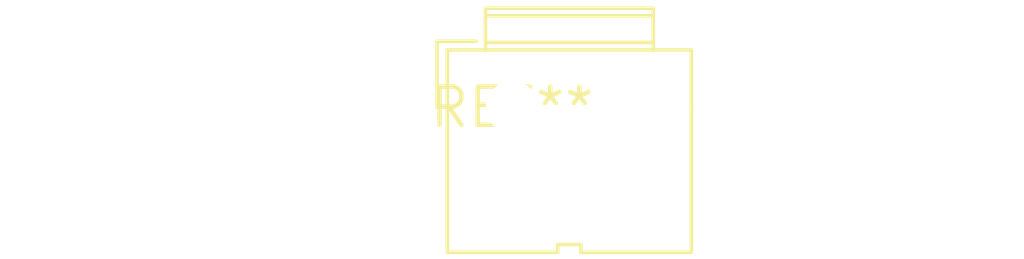
<source format=kicad_pcb>
(kicad_pcb (version 20240108) (generator pcbnew)
  (layers (0 "F.Cu" signal) (31 "B.Cu" signal) (34 "B.Paste" user) (35 "F.Paste" user) (36 "B.SilkS" user "B.Silkscreen") (37 "F.SilkS" user "F.Silkscreen") (38 "B.Mask" user) (39 "F.Mask" user) (44 "Edge.Cuts" user))
  (net 0 "")
  (footprint "JWT_A3963_1x02_P3.96mm_Vertical" (layer "F.Cu") (at 0 0)
    (property "Reference" "REF**")
    (property "Value" "JWT_A3963_1x02_P3.96mm_Vertical")
    (fp_line (start -2.5 -2.2) (end -2.5 0) (layer "F.SilkS") (stroke (width 0.12)))
    (fp_line (start -2.16 -1.91) (end -2.16 0) (layer "F.SilkS") (stroke (width 0.12)))
    (fp_line (start -2.16 -1.91) (end 5.97 -1.91) (layer "F.SilkS") (stroke (width 0.12)))
    (fp_line (start -2.16 0) (end -2.16 4.83) (layer "F.SilkS") (stroke (width 0.12)))
    (fp_line (start -1.2 -2.2) (end -2.5 -2.2) (layer "F.SilkS") (stroke (width 0.12)))
    (fp_line (start -0.89 -3.3) (end 4.7 -3.3) (layer "F.SilkS") (stroke (width 0.12)))
    (fp_line (start -0.89 -3.05) (end 4.7 -3.05) (layer "F.SilkS") (stroke (width 0.12)))
    (fp_line (start -0.89 -2.16) (end 4.7 -2.16) (layer "F.SilkS") (stroke (width 0.12)))
    (fp_line (start -0.89 -1.91) (end -0.89 -3.3) (layer "F.SilkS") (stroke (width 0.12)))
    (fp_line (start 1.52 4.57) (end 2.29 4.57) (layer "F.SilkS") (stroke (width 0.12)))
    (fp_line (start 1.52 4.83) (end -2.16 4.83) (layer "F.SilkS") (stroke (width 0.12)))
    (fp_line (start 1.52 4.83) (end 1.52 4.57) (layer "F.SilkS") (stroke (width 0.12)))
    (fp_line (start 2.29 4.57) (end 2.29 4.83) (layer "F.SilkS") (stroke (width 0.12)))
    (fp_line (start 2.29 4.83) (end 5.97 4.83) (layer "F.SilkS") (stroke (width 0.12)))
    (fp_line (start 4.7 -1.91) (end 4.7 -3.3) (layer "F.SilkS") (stroke (width 0.12)))
    (fp_line (start 5.97 -1.91) (end 5.97 0) (layer "F.SilkS") (stroke (width 0.12)))
    (fp_line (start 5.97 4.83) (end 5.97 0) (layer "F.SilkS") (stroke (width 0.12)))
    (pad "1" thru_hole rect (at 0 0) (size 3 3) (drill 1.75) (layers *.Cu *.Mask) (remove_unused_layers))
    (pad "2" thru_hole circle (at 3.88 0) (size 3 3) (drill 1.75) (layers *.Cu *.Mask) (remove_unused_layers))
  )
)
</source>
